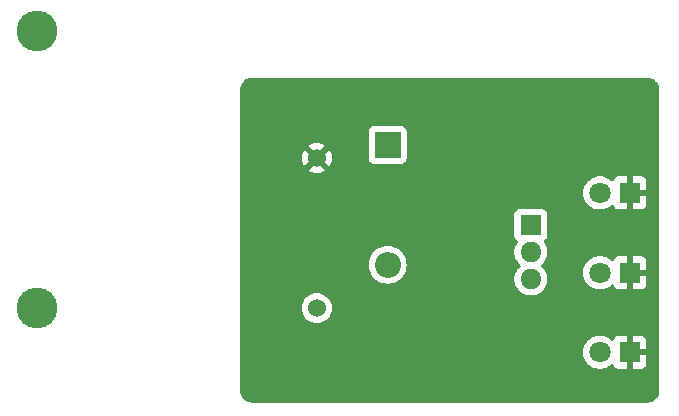
<source format=gbl>
%TF.GenerationSoftware,KiCad,Pcbnew,8.0.2*%
%TF.CreationDate,2024-06-08T15:24:55-07:00*%
%TF.ProjectId,heart,68656172-742e-46b6-9963-61645f706362,rev?*%
%TF.SameCoordinates,Original*%
%TF.FileFunction,Copper,L2,Bot*%
%TF.FilePolarity,Positive*%
%FSLAX46Y46*%
G04 Gerber Fmt 4.6, Leading zero omitted, Abs format (unit mm)*
G04 Created by KiCad (PCBNEW 8.0.2) date 2024-06-08 15:24:55*
%MOMM*%
%LPD*%
G01*
G04 APERTURE LIST*
%TA.AperFunction,ComponentPad*%
%ADD10R,1.800000X1.800000*%
%TD*%
%TA.AperFunction,ComponentPad*%
%ADD11C,1.800000*%
%TD*%
%TA.AperFunction,ComponentPad*%
%ADD12O,1.800000X1.710000*%
%TD*%
%TA.AperFunction,ComponentPad*%
%ADD13R,1.800000X1.710000*%
%TD*%
%TA.AperFunction,ComponentPad*%
%ADD14R,2.200000X2.200000*%
%TD*%
%TA.AperFunction,ComponentPad*%
%ADD15O,2.200000X2.200000*%
%TD*%
%TA.AperFunction,ComponentPad*%
%ADD16C,3.454400*%
%TD*%
%TA.AperFunction,ComponentPad*%
%ADD17C,1.524000*%
%TD*%
%TA.AperFunction,ViaPad*%
%ADD18C,0.600000*%
%TD*%
G04 APERTURE END LIST*
D10*
%TO.P,D4,1,K*%
%TO.N,GND*%
X169000000Y-118000000D03*
D11*
%TO.P,D4,2,A*%
%TO.N,Net-(D2-A)*%
X166460000Y-118000000D03*
%TD*%
D10*
%TO.P,D3,1,K*%
%TO.N,GND*%
X169000000Y-124750000D03*
D11*
%TO.P,D3,2,A*%
%TO.N,Net-(D2-A)*%
X166460000Y-124750000D03*
%TD*%
D10*
%TO.P,D2,1,K*%
%TO.N,GND*%
X169000000Y-131500000D03*
D11*
%TO.P,D2,2,A*%
%TO.N,Net-(D2-A)*%
X166460000Y-131500000D03*
%TD*%
D12*
%TO.P,Q1,3,B*%
%TO.N,Net-(Q1-B)*%
X160625000Y-125285000D03*
%TO.P,Q1,2,C*%
%TO.N,Net-(D2-A)*%
X160625000Y-123005000D03*
D13*
%TO.P,Q1,1,E*%
%TO.N,+5V*%
X160625000Y-120725000D03*
%TD*%
D14*
%TO.P,D1,1,K*%
%TO.N,Net-(D1-K)*%
X148500000Y-113920000D03*
D15*
%TO.P,D1,2,A*%
%TO.N,Net-(D1-A)*%
X148500000Y-124080000D03*
%TD*%
D16*
%TO.P,BT1,4*%
%TO.N,N/C*%
X118776400Y-104255000D03*
%TO.P,BT1,3*%
X118776400Y-127750000D03*
D17*
%TO.P,BT1,2,-*%
%TO.N,GND*%
X142500000Y-115050000D03*
%TO.P,BT1,1,+*%
%TO.N,+5V*%
X142500000Y-127750000D03*
%TD*%
D18*
%TO.N,GND*%
X150500000Y-110500000D03*
X159000000Y-117500000D03*
%TD*%
%TA.AperFunction,Conductor*%
%TO.N,GND*%
G36*
X170505394Y-108250972D02*
G01*
X170535721Y-108253625D01*
X170662755Y-108264739D01*
X170684035Y-108268491D01*
X170801188Y-108299882D01*
X170831369Y-108307969D01*
X170851681Y-108315362D01*
X170989915Y-108379822D01*
X171008633Y-108390629D01*
X171133582Y-108478119D01*
X171150140Y-108492013D01*
X171257986Y-108599859D01*
X171271880Y-108616417D01*
X171359370Y-108741366D01*
X171370177Y-108760084D01*
X171434637Y-108898318D01*
X171442030Y-108918630D01*
X171481507Y-109065961D01*
X171485260Y-109087246D01*
X171499028Y-109244605D01*
X171499500Y-109255413D01*
X171499500Y-134744586D01*
X171499028Y-134755394D01*
X171485260Y-134912753D01*
X171481507Y-134934038D01*
X171442030Y-135081369D01*
X171434637Y-135101681D01*
X171370177Y-135239915D01*
X171359370Y-135258633D01*
X171271880Y-135383582D01*
X171257986Y-135400140D01*
X171150140Y-135507986D01*
X171133582Y-135521880D01*
X171008633Y-135609370D01*
X170989915Y-135620177D01*
X170851681Y-135684637D01*
X170831369Y-135692030D01*
X170684038Y-135731507D01*
X170662753Y-135735260D01*
X170505395Y-135749028D01*
X170494587Y-135749500D01*
X137005413Y-135749500D01*
X136994605Y-135749028D01*
X136837246Y-135735260D01*
X136815961Y-135731507D01*
X136668630Y-135692030D01*
X136648318Y-135684637D01*
X136510084Y-135620177D01*
X136491366Y-135609370D01*
X136366417Y-135521880D01*
X136349859Y-135507986D01*
X136242013Y-135400140D01*
X136228119Y-135383582D01*
X136140629Y-135258633D01*
X136129822Y-135239915D01*
X136065362Y-135101681D01*
X136057969Y-135081369D01*
X136018492Y-134934038D01*
X136014739Y-134912752D01*
X136000972Y-134755393D01*
X136000500Y-134744586D01*
X136000500Y-131499993D01*
X165054700Y-131499993D01*
X165054700Y-131500006D01*
X165073864Y-131731297D01*
X165073866Y-131731308D01*
X165130842Y-131956300D01*
X165224075Y-132168848D01*
X165351016Y-132363147D01*
X165351019Y-132363151D01*
X165351021Y-132363153D01*
X165508216Y-132533913D01*
X165508219Y-132533915D01*
X165508222Y-132533918D01*
X165691365Y-132676464D01*
X165691371Y-132676468D01*
X165691374Y-132676470D01*
X165895497Y-132786936D01*
X166009487Y-132826068D01*
X166115015Y-132862297D01*
X166115017Y-132862297D01*
X166115019Y-132862298D01*
X166343951Y-132900500D01*
X166343952Y-132900500D01*
X166576048Y-132900500D01*
X166576049Y-132900500D01*
X166804981Y-132862298D01*
X167024503Y-132786936D01*
X167228626Y-132676470D01*
X167411784Y-132533913D01*
X167420511Y-132524432D01*
X167480394Y-132488441D01*
X167550232Y-132490538D01*
X167607850Y-132530060D01*
X167627924Y-132565080D01*
X167656645Y-132642086D01*
X167656649Y-132642093D01*
X167742809Y-132757187D01*
X167742812Y-132757190D01*
X167857906Y-132843350D01*
X167857913Y-132843354D01*
X167992620Y-132893596D01*
X167992627Y-132893598D01*
X168052155Y-132899999D01*
X168052172Y-132900000D01*
X168750000Y-132900000D01*
X168750000Y-131875277D01*
X168826306Y-131919333D01*
X168940756Y-131950000D01*
X169059244Y-131950000D01*
X169173694Y-131919333D01*
X169250000Y-131875277D01*
X169250000Y-132900000D01*
X169947828Y-132900000D01*
X169947844Y-132899999D01*
X170007372Y-132893598D01*
X170007379Y-132893596D01*
X170142086Y-132843354D01*
X170142093Y-132843350D01*
X170257187Y-132757190D01*
X170257190Y-132757187D01*
X170343350Y-132642093D01*
X170343354Y-132642086D01*
X170393596Y-132507379D01*
X170393598Y-132507372D01*
X170399999Y-132447844D01*
X170400000Y-132447827D01*
X170400000Y-131750000D01*
X169375278Y-131750000D01*
X169419333Y-131673694D01*
X169450000Y-131559244D01*
X169450000Y-131440756D01*
X169419333Y-131326306D01*
X169375278Y-131250000D01*
X170400000Y-131250000D01*
X170400000Y-130552172D01*
X170399999Y-130552155D01*
X170393598Y-130492627D01*
X170393596Y-130492620D01*
X170343354Y-130357913D01*
X170343350Y-130357906D01*
X170257190Y-130242812D01*
X170257187Y-130242809D01*
X170142093Y-130156649D01*
X170142086Y-130156645D01*
X170007379Y-130106403D01*
X170007372Y-130106401D01*
X169947844Y-130100000D01*
X169250000Y-130100000D01*
X169250000Y-131124722D01*
X169173694Y-131080667D01*
X169059244Y-131050000D01*
X168940756Y-131050000D01*
X168826306Y-131080667D01*
X168750000Y-131124722D01*
X168750000Y-130100000D01*
X168052155Y-130100000D01*
X167992627Y-130106401D01*
X167992620Y-130106403D01*
X167857913Y-130156645D01*
X167857906Y-130156649D01*
X167742812Y-130242809D01*
X167742809Y-130242812D01*
X167656649Y-130357906D01*
X167656646Y-130357911D01*
X167627924Y-130434920D01*
X167586052Y-130490853D01*
X167520588Y-130515270D01*
X167452315Y-130500418D01*
X167420514Y-130475571D01*
X167411784Y-130466087D01*
X167411779Y-130466083D01*
X167411777Y-130466081D01*
X167228634Y-130323535D01*
X167228628Y-130323531D01*
X167024504Y-130213064D01*
X167024495Y-130213061D01*
X166804984Y-130137702D01*
X166617404Y-130106401D01*
X166576049Y-130099500D01*
X166343951Y-130099500D01*
X166302596Y-130106401D01*
X166115015Y-130137702D01*
X165895504Y-130213061D01*
X165895495Y-130213064D01*
X165691371Y-130323531D01*
X165691365Y-130323535D01*
X165508222Y-130466081D01*
X165508219Y-130466084D01*
X165508216Y-130466086D01*
X165508216Y-130466087D01*
X165483791Y-130492620D01*
X165351016Y-130636852D01*
X165224075Y-130831151D01*
X165130842Y-131043699D01*
X165073866Y-131268691D01*
X165073864Y-131268702D01*
X165054700Y-131499993D01*
X136000500Y-131499993D01*
X136000500Y-127749997D01*
X141232677Y-127749997D01*
X141232677Y-127750002D01*
X141251929Y-127970062D01*
X141251930Y-127970070D01*
X141309104Y-128183445D01*
X141309105Y-128183447D01*
X141309106Y-128183450D01*
X141402466Y-128383662D01*
X141402468Y-128383666D01*
X141529170Y-128564615D01*
X141529175Y-128564621D01*
X141685378Y-128720824D01*
X141685384Y-128720829D01*
X141866333Y-128847531D01*
X141866335Y-128847532D01*
X141866338Y-128847534D01*
X142066550Y-128940894D01*
X142279932Y-128998070D01*
X142437123Y-129011822D01*
X142499998Y-129017323D01*
X142500000Y-129017323D01*
X142500002Y-129017323D01*
X142555017Y-129012509D01*
X142720068Y-128998070D01*
X142933450Y-128940894D01*
X143133662Y-128847534D01*
X143314620Y-128720826D01*
X143470826Y-128564620D01*
X143597534Y-128383662D01*
X143690894Y-128183450D01*
X143748070Y-127970068D01*
X143767323Y-127750000D01*
X143748070Y-127529932D01*
X143690894Y-127316550D01*
X143597534Y-127116339D01*
X143470826Y-126935380D01*
X143314620Y-126779174D01*
X143314616Y-126779171D01*
X143314615Y-126779170D01*
X143133666Y-126652468D01*
X143133662Y-126652466D01*
X143036421Y-126607122D01*
X142933450Y-126559106D01*
X142933447Y-126559105D01*
X142933445Y-126559104D01*
X142720070Y-126501930D01*
X142720062Y-126501929D01*
X142500002Y-126482677D01*
X142499998Y-126482677D01*
X142279937Y-126501929D01*
X142279929Y-126501930D01*
X142066554Y-126559104D01*
X142066548Y-126559107D01*
X141866340Y-126652465D01*
X141866338Y-126652466D01*
X141685377Y-126779175D01*
X141529175Y-126935377D01*
X141402466Y-127116338D01*
X141402465Y-127116340D01*
X141309107Y-127316548D01*
X141309104Y-127316554D01*
X141251930Y-127529929D01*
X141251929Y-127529937D01*
X141232677Y-127749997D01*
X136000500Y-127749997D01*
X136000500Y-124080000D01*
X146894551Y-124080000D01*
X146914317Y-124331151D01*
X146973126Y-124576110D01*
X147069533Y-124808859D01*
X147201160Y-125023653D01*
X147201161Y-125023656D01*
X147256604Y-125088571D01*
X147364776Y-125215224D01*
X147513066Y-125341875D01*
X147556343Y-125378838D01*
X147556346Y-125378839D01*
X147771140Y-125510466D01*
X147993124Y-125602414D01*
X148003889Y-125606873D01*
X148248852Y-125665683D01*
X148500000Y-125685449D01*
X148751148Y-125665683D01*
X148996111Y-125606873D01*
X149228859Y-125510466D01*
X149443659Y-125378836D01*
X149635224Y-125215224D01*
X149798836Y-125023659D01*
X149930466Y-124808859D01*
X150026873Y-124576111D01*
X150085683Y-124331148D01*
X150105449Y-124080000D01*
X150085683Y-123828852D01*
X150026873Y-123583889D01*
X149953458Y-123406649D01*
X149930466Y-123351140D01*
X149798839Y-123136346D01*
X149798838Y-123136343D01*
X149761875Y-123093066D01*
X149635224Y-122944776D01*
X149508571Y-122836604D01*
X149443656Y-122781161D01*
X149443653Y-122781160D01*
X149228859Y-122649533D01*
X148996110Y-122553126D01*
X148751151Y-122494317D01*
X148500000Y-122474551D01*
X148248848Y-122494317D01*
X148003889Y-122553126D01*
X147771140Y-122649533D01*
X147556346Y-122781160D01*
X147556343Y-122781161D01*
X147364776Y-122944776D01*
X147201161Y-123136343D01*
X147201160Y-123136346D01*
X147069533Y-123351140D01*
X146973126Y-123583889D01*
X146914317Y-123828848D01*
X146894551Y-124080000D01*
X136000500Y-124080000D01*
X136000500Y-119822135D01*
X159224500Y-119822135D01*
X159224500Y-121627870D01*
X159224501Y-121627876D01*
X159230908Y-121687483D01*
X159281202Y-121822328D01*
X159281206Y-121822335D01*
X159367452Y-121937544D01*
X159367455Y-121937547D01*
X159472075Y-122015866D01*
X159513946Y-122071799D01*
X159518930Y-122141491D01*
X159498082Y-122188017D01*
X159420675Y-122294559D01*
X159323810Y-122484664D01*
X159257877Y-122687585D01*
X159224500Y-122898320D01*
X159224500Y-123111679D01*
X159257877Y-123322414D01*
X159323810Y-123525335D01*
X159405124Y-123684920D01*
X159420673Y-123715437D01*
X159546083Y-123888049D01*
X159696951Y-124038917D01*
X159704889Y-124044684D01*
X159747553Y-124100016D01*
X159753529Y-124169629D01*
X159720922Y-124231423D01*
X159704891Y-124245313D01*
X159699785Y-124249023D01*
X159696948Y-124251085D01*
X159546085Y-124401948D01*
X159546085Y-124401949D01*
X159546083Y-124401951D01*
X159493959Y-124473694D01*
X159420673Y-124574562D01*
X159323810Y-124764664D01*
X159257877Y-124967585D01*
X159224500Y-125178320D01*
X159224500Y-125391679D01*
X159257877Y-125602414D01*
X159323810Y-125805335D01*
X159420673Y-125995437D01*
X159546083Y-126168049D01*
X159696951Y-126318917D01*
X159869563Y-126444327D01*
X159944829Y-126482677D01*
X160059664Y-126541189D01*
X160059666Y-126541189D01*
X160059669Y-126541191D01*
X160262586Y-126607123D01*
X160473320Y-126640500D01*
X160473321Y-126640500D01*
X160776679Y-126640500D01*
X160776680Y-126640500D01*
X160987414Y-126607123D01*
X161190331Y-126541191D01*
X161380437Y-126444327D01*
X161553049Y-126318917D01*
X161703917Y-126168049D01*
X161829327Y-125995437D01*
X161926191Y-125805331D01*
X161992123Y-125602414D01*
X162025500Y-125391680D01*
X162025500Y-125178320D01*
X161992123Y-124967586D01*
X161926191Y-124764669D01*
X161926189Y-124764666D01*
X161926189Y-124764664D01*
X161918714Y-124749993D01*
X165054700Y-124749993D01*
X165054700Y-124750006D01*
X165073864Y-124981297D01*
X165073866Y-124981308D01*
X165130842Y-125206300D01*
X165224075Y-125418848D01*
X165351016Y-125613147D01*
X165351019Y-125613151D01*
X165351021Y-125613153D01*
X165508216Y-125783913D01*
X165508219Y-125783915D01*
X165508222Y-125783918D01*
X165691365Y-125926464D01*
X165691371Y-125926468D01*
X165691374Y-125926470D01*
X165895497Y-126036936D01*
X166009487Y-126076068D01*
X166115015Y-126112297D01*
X166115017Y-126112297D01*
X166115019Y-126112298D01*
X166343951Y-126150500D01*
X166343952Y-126150500D01*
X166576048Y-126150500D01*
X166576049Y-126150500D01*
X166804981Y-126112298D01*
X167024503Y-126036936D01*
X167228626Y-125926470D01*
X167411784Y-125783913D01*
X167420511Y-125774432D01*
X167480394Y-125738441D01*
X167550232Y-125740538D01*
X167607850Y-125780060D01*
X167627924Y-125815080D01*
X167656645Y-125892086D01*
X167656649Y-125892093D01*
X167742809Y-126007187D01*
X167742812Y-126007190D01*
X167857906Y-126093350D01*
X167857913Y-126093354D01*
X167992620Y-126143596D01*
X167992627Y-126143598D01*
X168052155Y-126149999D01*
X168052172Y-126150000D01*
X168750000Y-126150000D01*
X168750000Y-125125277D01*
X168826306Y-125169333D01*
X168940756Y-125200000D01*
X169059244Y-125200000D01*
X169173694Y-125169333D01*
X169250000Y-125125277D01*
X169250000Y-126150000D01*
X169947828Y-126150000D01*
X169947844Y-126149999D01*
X170007372Y-126143598D01*
X170007379Y-126143596D01*
X170142086Y-126093354D01*
X170142093Y-126093350D01*
X170257187Y-126007190D01*
X170257190Y-126007187D01*
X170343350Y-125892093D01*
X170343354Y-125892086D01*
X170393596Y-125757379D01*
X170393598Y-125757372D01*
X170399999Y-125697844D01*
X170400000Y-125697827D01*
X170400000Y-125000000D01*
X169375278Y-125000000D01*
X169419333Y-124923694D01*
X169450000Y-124809244D01*
X169450000Y-124690756D01*
X169419333Y-124576306D01*
X169375278Y-124500000D01*
X170400000Y-124500000D01*
X170400000Y-123802172D01*
X170399999Y-123802155D01*
X170393598Y-123742627D01*
X170393596Y-123742620D01*
X170343354Y-123607913D01*
X170343350Y-123607906D01*
X170257190Y-123492812D01*
X170257187Y-123492809D01*
X170142093Y-123406649D01*
X170142086Y-123406645D01*
X170007379Y-123356403D01*
X170007372Y-123356401D01*
X169947844Y-123350000D01*
X169250000Y-123350000D01*
X169250000Y-124374722D01*
X169173694Y-124330667D01*
X169059244Y-124300000D01*
X168940756Y-124300000D01*
X168826306Y-124330667D01*
X168750000Y-124374722D01*
X168750000Y-123350000D01*
X168052155Y-123350000D01*
X167992627Y-123356401D01*
X167992620Y-123356403D01*
X167857913Y-123406645D01*
X167857906Y-123406649D01*
X167742812Y-123492809D01*
X167742809Y-123492812D01*
X167656649Y-123607906D01*
X167656646Y-123607911D01*
X167627924Y-123684920D01*
X167586052Y-123740853D01*
X167520588Y-123765270D01*
X167452315Y-123750418D01*
X167420514Y-123725571D01*
X167411784Y-123716087D01*
X167411779Y-123716083D01*
X167411777Y-123716081D01*
X167228634Y-123573535D01*
X167228628Y-123573531D01*
X167024504Y-123463064D01*
X167024495Y-123463061D01*
X166804984Y-123387702D01*
X166617404Y-123356401D01*
X166576049Y-123349500D01*
X166343951Y-123349500D01*
X166302596Y-123356401D01*
X166115015Y-123387702D01*
X165895504Y-123463061D01*
X165895495Y-123463064D01*
X165691371Y-123573531D01*
X165691365Y-123573535D01*
X165508222Y-123716081D01*
X165508219Y-123716084D01*
X165508216Y-123716086D01*
X165508216Y-123716087D01*
X165483791Y-123742620D01*
X165351016Y-123886852D01*
X165224075Y-124081151D01*
X165130842Y-124293699D01*
X165073866Y-124518691D01*
X165073864Y-124518702D01*
X165054700Y-124749993D01*
X161918714Y-124749993D01*
X161830215Y-124576306D01*
X161829327Y-124574563D01*
X161703917Y-124401951D01*
X161553049Y-124251083D01*
X161545112Y-124245316D01*
X161502448Y-124189989D01*
X161496469Y-124120376D01*
X161529074Y-124058580D01*
X161545111Y-124044684D01*
X161553049Y-124038917D01*
X161703917Y-123888049D01*
X161829327Y-123715437D01*
X161926191Y-123525331D01*
X161992123Y-123322414D01*
X162025500Y-123111680D01*
X162025500Y-122898320D01*
X161992123Y-122687586D01*
X161926191Y-122484669D01*
X161926189Y-122484666D01*
X161926189Y-122484664D01*
X161829326Y-122294562D01*
X161829324Y-122294559D01*
X161751916Y-122188016D01*
X161728437Y-122122211D01*
X161744262Y-122054157D01*
X161777921Y-122015868D01*
X161882546Y-121937546D01*
X161968796Y-121822331D01*
X162019091Y-121687483D01*
X162025500Y-121627873D01*
X162025499Y-119822128D01*
X162019091Y-119762517D01*
X161968796Y-119627669D01*
X161968795Y-119627668D01*
X161968793Y-119627664D01*
X161882547Y-119512455D01*
X161882544Y-119512452D01*
X161767335Y-119426206D01*
X161767328Y-119426202D01*
X161632482Y-119375908D01*
X161632483Y-119375908D01*
X161572883Y-119369501D01*
X161572881Y-119369500D01*
X161572873Y-119369500D01*
X161572864Y-119369500D01*
X159677129Y-119369500D01*
X159677123Y-119369501D01*
X159617516Y-119375908D01*
X159482671Y-119426202D01*
X159482664Y-119426206D01*
X159367455Y-119512452D01*
X159367452Y-119512455D01*
X159281206Y-119627664D01*
X159281202Y-119627671D01*
X159230908Y-119762517D01*
X159224501Y-119822116D01*
X159224501Y-119822123D01*
X159224500Y-119822135D01*
X136000500Y-119822135D01*
X136000500Y-117999993D01*
X165054700Y-117999993D01*
X165054700Y-118000006D01*
X165073864Y-118231297D01*
X165073866Y-118231308D01*
X165130842Y-118456300D01*
X165224075Y-118668848D01*
X165351016Y-118863147D01*
X165351019Y-118863151D01*
X165351021Y-118863153D01*
X165508216Y-119033913D01*
X165508219Y-119033915D01*
X165508222Y-119033918D01*
X165691365Y-119176464D01*
X165691371Y-119176468D01*
X165691374Y-119176470D01*
X165895497Y-119286936D01*
X166009487Y-119326068D01*
X166115015Y-119362297D01*
X166115017Y-119362297D01*
X166115019Y-119362298D01*
X166343951Y-119400500D01*
X166343952Y-119400500D01*
X166576048Y-119400500D01*
X166576049Y-119400500D01*
X166804981Y-119362298D01*
X167024503Y-119286936D01*
X167228626Y-119176470D01*
X167411784Y-119033913D01*
X167420511Y-119024432D01*
X167480394Y-118988441D01*
X167550232Y-118990538D01*
X167607850Y-119030060D01*
X167627924Y-119065080D01*
X167656645Y-119142086D01*
X167656649Y-119142093D01*
X167742809Y-119257187D01*
X167742812Y-119257190D01*
X167857906Y-119343350D01*
X167857913Y-119343354D01*
X167992620Y-119393596D01*
X167992627Y-119393598D01*
X168052155Y-119399999D01*
X168052172Y-119400000D01*
X168750000Y-119400000D01*
X168750000Y-118375277D01*
X168826306Y-118419333D01*
X168940756Y-118450000D01*
X169059244Y-118450000D01*
X169173694Y-118419333D01*
X169250000Y-118375277D01*
X169250000Y-119400000D01*
X169947828Y-119400000D01*
X169947844Y-119399999D01*
X170007372Y-119393598D01*
X170007379Y-119393596D01*
X170142086Y-119343354D01*
X170142093Y-119343350D01*
X170257187Y-119257190D01*
X170257190Y-119257187D01*
X170343350Y-119142093D01*
X170343354Y-119142086D01*
X170393596Y-119007379D01*
X170393598Y-119007372D01*
X170399999Y-118947844D01*
X170400000Y-118947827D01*
X170400000Y-118250000D01*
X169375278Y-118250000D01*
X169419333Y-118173694D01*
X169450000Y-118059244D01*
X169450000Y-117940756D01*
X169419333Y-117826306D01*
X169375278Y-117750000D01*
X170400000Y-117750000D01*
X170400000Y-117052172D01*
X170399999Y-117052155D01*
X170393598Y-116992627D01*
X170393596Y-116992620D01*
X170343354Y-116857913D01*
X170343350Y-116857906D01*
X170257190Y-116742812D01*
X170257187Y-116742809D01*
X170142093Y-116656649D01*
X170142086Y-116656645D01*
X170007379Y-116606403D01*
X170007372Y-116606401D01*
X169947844Y-116600000D01*
X169250000Y-116600000D01*
X169250000Y-117624722D01*
X169173694Y-117580667D01*
X169059244Y-117550000D01*
X168940756Y-117550000D01*
X168826306Y-117580667D01*
X168750000Y-117624722D01*
X168750000Y-116600000D01*
X168052155Y-116600000D01*
X167992627Y-116606401D01*
X167992620Y-116606403D01*
X167857913Y-116656645D01*
X167857906Y-116656649D01*
X167742812Y-116742809D01*
X167742809Y-116742812D01*
X167656649Y-116857906D01*
X167656646Y-116857911D01*
X167627924Y-116934920D01*
X167586052Y-116990853D01*
X167520588Y-117015270D01*
X167452315Y-117000418D01*
X167420514Y-116975571D01*
X167411784Y-116966087D01*
X167411779Y-116966083D01*
X167411777Y-116966081D01*
X167228634Y-116823535D01*
X167228628Y-116823531D01*
X167024504Y-116713064D01*
X167024495Y-116713061D01*
X166804984Y-116637702D01*
X166617404Y-116606401D01*
X166576049Y-116599500D01*
X166343951Y-116599500D01*
X166302596Y-116606401D01*
X166115015Y-116637702D01*
X165895504Y-116713061D01*
X165895495Y-116713064D01*
X165691371Y-116823531D01*
X165691365Y-116823535D01*
X165508222Y-116966081D01*
X165508219Y-116966084D01*
X165508216Y-116966086D01*
X165508216Y-116966087D01*
X165483791Y-116992620D01*
X165351016Y-117136852D01*
X165224075Y-117331151D01*
X165130842Y-117543699D01*
X165073866Y-117768691D01*
X165073864Y-117768702D01*
X165054700Y-117999993D01*
X136000500Y-117999993D01*
X136000500Y-115049999D01*
X141233179Y-115049999D01*
X141233179Y-115050000D01*
X141252424Y-115269976D01*
X141252426Y-115269986D01*
X141309575Y-115483270D01*
X141309580Y-115483284D01*
X141402898Y-115683405D01*
X141402901Y-115683411D01*
X141448258Y-115748187D01*
X141448259Y-115748188D01*
X142010504Y-115185942D01*
X142026619Y-115246081D01*
X142093498Y-115361920D01*
X142188080Y-115456502D01*
X142303919Y-115523381D01*
X142364057Y-115539494D01*
X141801810Y-116101740D01*
X141866590Y-116147099D01*
X141866592Y-116147100D01*
X142066715Y-116240419D01*
X142066729Y-116240424D01*
X142280013Y-116297573D01*
X142280023Y-116297575D01*
X142499999Y-116316821D01*
X142500001Y-116316821D01*
X142719976Y-116297575D01*
X142719986Y-116297573D01*
X142933270Y-116240424D01*
X142933284Y-116240419D01*
X143133407Y-116147100D01*
X143133417Y-116147094D01*
X143198188Y-116101741D01*
X142635942Y-115539494D01*
X142696081Y-115523381D01*
X142811920Y-115456502D01*
X142906502Y-115361920D01*
X142973381Y-115246081D01*
X142989495Y-115185942D01*
X143551741Y-115748188D01*
X143597094Y-115683417D01*
X143597100Y-115683407D01*
X143690419Y-115483284D01*
X143690424Y-115483270D01*
X143747573Y-115269986D01*
X143747575Y-115269976D01*
X143766821Y-115050000D01*
X143766821Y-115049999D01*
X143747575Y-114830023D01*
X143747573Y-114830013D01*
X143690424Y-114616729D01*
X143690420Y-114616720D01*
X143597096Y-114416586D01*
X143551741Y-114351811D01*
X143551740Y-114351810D01*
X142989494Y-114914056D01*
X142973381Y-114853919D01*
X142906502Y-114738080D01*
X142811920Y-114643498D01*
X142696081Y-114576619D01*
X142635942Y-114560505D01*
X143198188Y-113998259D01*
X143198187Y-113998258D01*
X143133411Y-113952901D01*
X143133405Y-113952898D01*
X142933284Y-113859580D01*
X142933270Y-113859575D01*
X142719986Y-113802426D01*
X142719976Y-113802424D01*
X142500001Y-113783179D01*
X142499999Y-113783179D01*
X142280023Y-113802424D01*
X142280013Y-113802426D01*
X142066729Y-113859575D01*
X142066720Y-113859579D01*
X141866590Y-113952901D01*
X141801811Y-113998258D01*
X142364057Y-114560504D01*
X142303919Y-114576619D01*
X142188080Y-114643498D01*
X142093498Y-114738080D01*
X142026619Y-114853919D01*
X142010504Y-114914057D01*
X141448258Y-114351811D01*
X141402901Y-114416590D01*
X141309579Y-114616720D01*
X141309575Y-114616729D01*
X141252426Y-114830013D01*
X141252424Y-114830023D01*
X141233179Y-115049999D01*
X136000500Y-115049999D01*
X136000500Y-112772135D01*
X146899500Y-112772135D01*
X146899500Y-115067870D01*
X146899501Y-115067876D01*
X146905908Y-115127483D01*
X146956202Y-115262328D01*
X146956206Y-115262335D01*
X147042452Y-115377544D01*
X147042455Y-115377547D01*
X147157664Y-115463793D01*
X147157671Y-115463797D01*
X147292517Y-115514091D01*
X147292516Y-115514091D01*
X147299444Y-115514835D01*
X147352127Y-115520500D01*
X149647872Y-115520499D01*
X149707483Y-115514091D01*
X149842331Y-115463796D01*
X149957546Y-115377546D01*
X150043796Y-115262331D01*
X150094091Y-115127483D01*
X150100500Y-115067873D01*
X150100499Y-112772128D01*
X150094091Y-112712517D01*
X150043796Y-112577669D01*
X150043795Y-112577668D01*
X150043793Y-112577664D01*
X149957547Y-112462455D01*
X149957544Y-112462452D01*
X149842335Y-112376206D01*
X149842328Y-112376202D01*
X149707482Y-112325908D01*
X149707483Y-112325908D01*
X149647883Y-112319501D01*
X149647881Y-112319500D01*
X149647873Y-112319500D01*
X149647864Y-112319500D01*
X147352129Y-112319500D01*
X147352123Y-112319501D01*
X147292516Y-112325908D01*
X147157671Y-112376202D01*
X147157664Y-112376206D01*
X147042455Y-112462452D01*
X147042452Y-112462455D01*
X146956206Y-112577664D01*
X146956202Y-112577671D01*
X146905908Y-112712517D01*
X146899501Y-112772116D01*
X146899501Y-112772123D01*
X146899500Y-112772135D01*
X136000500Y-112772135D01*
X136000500Y-109255413D01*
X136000972Y-109244606D01*
X136006265Y-109184108D01*
X136014739Y-109087242D01*
X136018490Y-109065966D01*
X136057969Y-108918627D01*
X136065362Y-108898318D01*
X136129823Y-108760081D01*
X136140629Y-108741366D01*
X136228119Y-108616417D01*
X136242007Y-108599865D01*
X136349865Y-108492007D01*
X136366417Y-108478119D01*
X136491366Y-108390629D01*
X136510081Y-108379823D01*
X136648320Y-108315361D01*
X136668627Y-108307969D01*
X136815966Y-108268490D01*
X136837242Y-108264739D01*
X136969885Y-108253134D01*
X136994606Y-108250972D01*
X137005413Y-108250500D01*
X137065892Y-108250500D01*
X170434108Y-108250500D01*
X170494587Y-108250500D01*
X170505394Y-108250972D01*
G37*
%TD.AperFunction*%
%TD*%
M02*

</source>
